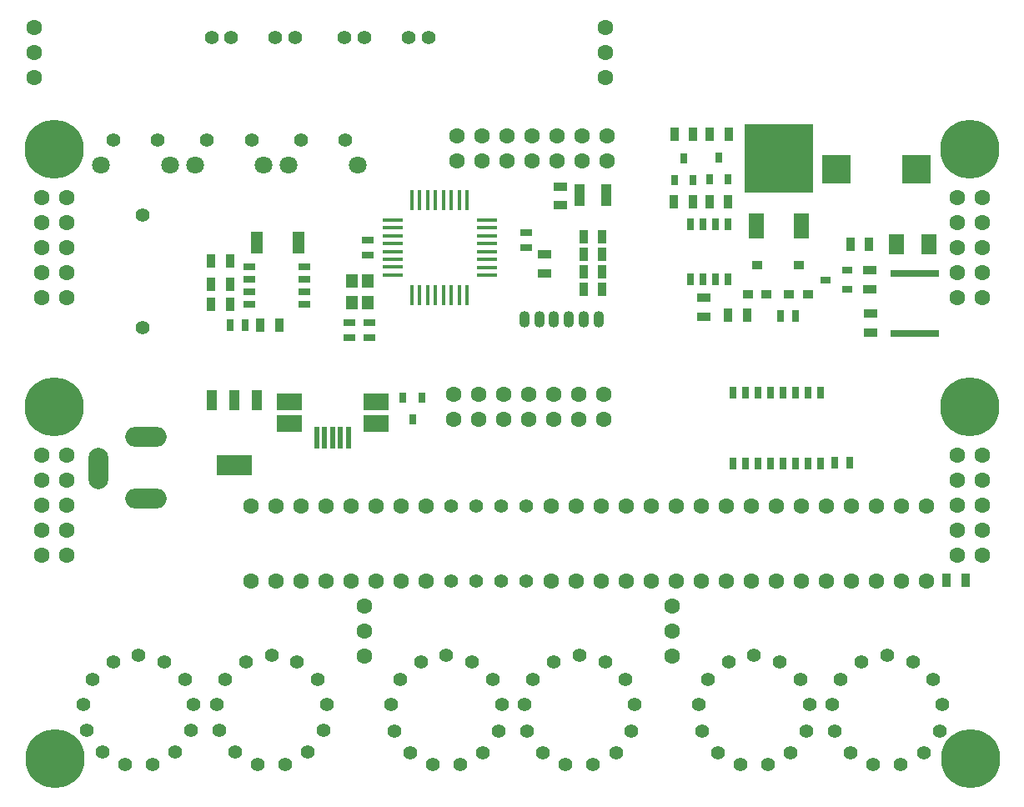
<source format=gts>
G04 (created by PCBNEW (2013-07-07 BZR 4022)-stable) date 2014/09/07 1:12:15*
%MOIN*%
G04 Gerber Fmt 3.4, Leading zero omitted, Abs format*
%FSLAX34Y34*%
G01*
G70*
G90*
G04 APERTURE LIST*
%ADD10C,0.00590551*%
%ADD11R,0.025X0.05*%
%ADD12C,0.0629921*%
%ADD13R,0.0787X0.0177*%
%ADD14R,0.0177X0.0787*%
%ADD15R,0.0197X0.0906*%
%ADD16R,0.0984252X0.0708661*%
%ADD17O,0.0787402X0.165354*%
%ADD18O,0.165354X0.0787402*%
%ADD19R,0.11811X0.11811*%
%ADD20R,0.0394X0.0315*%
%ADD21R,0.05X0.025*%
%ADD22R,0.06X0.08*%
%ADD23R,0.035X0.055*%
%ADD24R,0.055X0.035*%
%ADD25R,0.025X0.045*%
%ADD26R,0.045X0.025*%
%ADD27R,0.144X0.08*%
%ADD28R,0.04X0.08*%
%ADD29R,0.0393701X0.0354331*%
%ADD30R,0.0433071X0.0354331*%
%ADD31R,0.19685X0.0314961*%
%ADD32R,0.0393701X0.0905512*%
%ADD33C,0.0551181*%
%ADD34R,0.0511811X0.0866142*%
%ADD35R,0.0472441X0.0551181*%
%ADD36O,0.0433071X0.0669291*%
%ADD37C,0.055*%
%ADD38C,0.23622*%
%ADD39C,0.0708661*%
%ADD40R,0.0315X0.0394*%
%ADD41R,0.0591X0.0984*%
%ADD42R,0.2756X0.2756*%
G04 APERTURE END LIST*
G54D10*
G54D11*
X69702Y-39529D03*
X69202Y-39529D03*
X68702Y-39529D03*
X68202Y-39529D03*
X67702Y-39529D03*
X67202Y-39529D03*
X66702Y-39529D03*
X66202Y-39529D03*
X66202Y-42359D03*
X66702Y-42359D03*
X67202Y-42359D03*
X67702Y-42359D03*
X68202Y-42359D03*
X68702Y-42359D03*
X69202Y-42359D03*
X69702Y-42359D03*
G54D12*
X65935Y-44048D03*
X64935Y-44048D03*
X63935Y-44048D03*
X62935Y-44048D03*
X61935Y-44048D03*
X60935Y-44048D03*
X59935Y-44048D03*
X58935Y-44048D03*
X58935Y-47048D03*
X59935Y-47048D03*
X60935Y-47048D03*
X61935Y-47048D03*
X62935Y-47048D03*
X63935Y-47048D03*
X64935Y-47048D03*
X65935Y-47048D03*
G54D13*
X52582Y-34813D03*
X52582Y-34498D03*
X52582Y-34183D03*
X52582Y-33868D03*
X52582Y-33553D03*
X52582Y-33238D03*
X52582Y-32923D03*
X52582Y-32608D03*
X56348Y-32610D03*
X56348Y-34820D03*
X56348Y-34500D03*
X56348Y-34180D03*
X56348Y-33870D03*
X56348Y-33550D03*
X56348Y-33240D03*
X56348Y-32920D03*
G54D14*
X53366Y-31820D03*
X53680Y-31820D03*
X53996Y-31820D03*
X54310Y-31820D03*
X54626Y-31820D03*
X54940Y-31820D03*
X55256Y-31820D03*
X55570Y-31820D03*
X53368Y-35600D03*
X53678Y-35600D03*
X53998Y-35600D03*
X54308Y-35600D03*
X54618Y-35600D03*
X54938Y-35600D03*
X55258Y-35600D03*
X55578Y-35600D03*
G54D15*
X50825Y-41320D03*
X50510Y-41320D03*
X50195Y-41320D03*
X49880Y-41320D03*
X49565Y-41320D03*
G54D16*
X51927Y-40749D03*
X51927Y-39883D03*
X48462Y-40749D03*
X48462Y-39883D03*
G54D17*
X40826Y-42559D03*
G54D18*
X42716Y-41279D03*
X42716Y-43740D03*
G54D19*
X70317Y-30587D03*
X73546Y-30587D03*
G54D11*
X64489Y-34994D03*
X64989Y-34994D03*
X65489Y-34994D03*
X65989Y-34994D03*
X65989Y-32794D03*
X65489Y-32794D03*
X64989Y-32794D03*
X64489Y-32794D03*
G54D20*
X69881Y-35000D03*
X70747Y-34625D03*
X70747Y-35375D03*
G54D21*
X46852Y-34486D03*
X46852Y-34986D03*
X46852Y-35486D03*
X46852Y-35986D03*
X49052Y-35986D03*
X49052Y-35486D03*
X49052Y-34986D03*
X49052Y-34486D03*
G54D22*
X74035Y-33582D03*
X72735Y-33582D03*
G54D23*
X63840Y-31886D03*
X64590Y-31886D03*
G54D24*
X71695Y-36354D03*
X71695Y-37104D03*
X71653Y-34625D03*
X71653Y-35375D03*
G54D23*
X71634Y-33582D03*
X70884Y-33582D03*
G54D24*
X59301Y-32028D03*
X59301Y-31278D03*
X65039Y-36477D03*
X65039Y-35727D03*
G54D23*
X66752Y-36417D03*
X66002Y-36417D03*
X66007Y-31886D03*
X65257Y-31886D03*
X63847Y-29173D03*
X64597Y-29173D03*
X45343Y-35984D03*
X46093Y-35984D03*
X46093Y-34251D03*
X45343Y-34251D03*
X60225Y-34685D03*
X60975Y-34685D03*
X60975Y-33267D03*
X60225Y-33267D03*
X60225Y-33976D03*
X60975Y-33976D03*
X60975Y-35393D03*
X60225Y-35393D03*
X45343Y-35196D03*
X46093Y-35196D03*
X47312Y-36811D03*
X48062Y-36811D03*
X75493Y-47007D03*
X74743Y-47007D03*
G54D24*
X58671Y-34745D03*
X58671Y-33995D03*
G54D25*
X46687Y-36811D03*
X46087Y-36811D03*
X70851Y-42322D03*
X70251Y-42322D03*
G54D26*
X57923Y-33725D03*
X57923Y-33125D03*
X50875Y-36707D03*
X50875Y-37307D03*
X51663Y-36707D03*
X51663Y-37307D03*
X51584Y-33400D03*
X51584Y-34000D03*
G54D25*
X68095Y-36437D03*
X68695Y-36437D03*
G54D27*
X46259Y-42402D03*
G54D28*
X46259Y-39802D03*
X45359Y-39802D03*
X47159Y-39802D03*
G54D29*
X66790Y-35590D03*
G54D30*
X67165Y-34409D03*
G54D29*
X67540Y-35590D03*
X68443Y-35590D03*
G54D30*
X68818Y-34409D03*
G54D29*
X69193Y-35590D03*
G54D31*
X73464Y-34744D03*
X73464Y-37145D03*
G54D32*
X61131Y-31614D03*
X60068Y-31614D03*
G54D33*
X47755Y-50000D03*
X48307Y-54370D03*
X49212Y-53897D03*
X49842Y-53031D03*
X49960Y-51968D03*
X49606Y-50984D03*
X48779Y-50275D03*
X46732Y-50275D03*
X45905Y-50984D03*
X45551Y-51968D03*
X45669Y-53031D03*
X46299Y-53897D03*
X47204Y-54370D03*
X42440Y-50000D03*
X42992Y-54370D03*
X43897Y-53897D03*
X44527Y-53031D03*
X44645Y-51968D03*
X44291Y-50984D03*
X43464Y-50275D03*
X41417Y-50275D03*
X40590Y-50984D03*
X40236Y-51968D03*
X40354Y-53031D03*
X40984Y-53897D03*
X41889Y-54370D03*
X54742Y-50001D03*
X55293Y-54371D03*
X56199Y-53899D03*
X56829Y-53033D03*
X56947Y-51970D03*
X56592Y-50985D03*
X55766Y-50277D03*
X53718Y-50277D03*
X52892Y-50985D03*
X52537Y-51970D03*
X52655Y-53033D03*
X53285Y-53899D03*
X54191Y-54371D03*
X60057Y-50001D03*
X60608Y-54371D03*
X61514Y-53899D03*
X62144Y-53033D03*
X62262Y-51970D03*
X61907Y-50985D03*
X61081Y-50277D03*
X59033Y-50277D03*
X58207Y-50985D03*
X57852Y-51970D03*
X57970Y-53033D03*
X58600Y-53899D03*
X59506Y-54371D03*
X67045Y-50001D03*
X67596Y-54371D03*
X68502Y-53899D03*
X69132Y-53033D03*
X69250Y-51970D03*
X68896Y-50985D03*
X68069Y-50277D03*
X66022Y-50277D03*
X65195Y-50985D03*
X64840Y-51970D03*
X64959Y-53033D03*
X65588Y-53899D03*
X66494Y-54371D03*
X72360Y-50001D03*
X72911Y-54371D03*
X73817Y-53899D03*
X74447Y-53033D03*
X74565Y-51970D03*
X74211Y-50985D03*
X73384Y-50277D03*
X71337Y-50277D03*
X70510Y-50985D03*
X70155Y-51970D03*
X70274Y-53033D03*
X70903Y-53899D03*
X71809Y-54371D03*
X45354Y-25314D03*
X46141Y-25314D03*
X47913Y-25314D03*
X48700Y-25314D03*
X54015Y-25314D03*
X53228Y-25314D03*
X51456Y-25314D03*
X50669Y-25314D03*
X42608Y-36929D03*
X42608Y-32401D03*
G54D34*
X48818Y-33503D03*
X47165Y-33503D03*
G54D35*
X51584Y-35905D03*
X51584Y-35039D03*
X50954Y-35905D03*
X50954Y-35039D03*
G54D36*
X60816Y-36594D03*
X60226Y-36594D03*
X59635Y-36594D03*
X59045Y-36594D03*
X58454Y-36594D03*
X57864Y-36594D03*
G54D12*
X61102Y-26905D03*
X61102Y-25905D03*
X61102Y-24905D03*
X51456Y-50055D03*
X51456Y-49055D03*
X51456Y-48055D03*
X38267Y-26905D03*
X38267Y-25905D03*
X38267Y-24905D03*
X63779Y-50055D03*
X63779Y-49055D03*
X63779Y-48055D03*
G54D37*
X55935Y-44048D03*
X54935Y-44048D03*
X54935Y-47048D03*
X55935Y-47048D03*
X57935Y-44048D03*
X56935Y-44048D03*
X56935Y-47048D03*
X57935Y-47048D03*
G54D12*
X75167Y-31702D03*
X75167Y-32702D03*
X75167Y-33702D03*
X75167Y-34702D03*
X75167Y-35702D03*
X76167Y-35702D03*
X76167Y-34702D03*
X76167Y-33702D03*
X76167Y-32702D03*
X76167Y-31702D03*
X38553Y-31702D03*
X38553Y-32702D03*
X38553Y-33702D03*
X38553Y-34702D03*
X38553Y-35702D03*
X39553Y-35702D03*
X39553Y-34702D03*
X39553Y-33702D03*
X39553Y-32702D03*
X39553Y-31702D03*
X75167Y-42017D03*
X75167Y-43017D03*
X75167Y-44017D03*
X75167Y-45017D03*
X75167Y-46017D03*
X76167Y-46017D03*
X76167Y-45017D03*
X76167Y-44017D03*
X76167Y-43017D03*
X76167Y-42017D03*
X38553Y-42017D03*
X38553Y-43017D03*
X38553Y-44017D03*
X38553Y-45017D03*
X38553Y-46017D03*
X39553Y-46017D03*
X39553Y-45017D03*
X39553Y-44017D03*
X39553Y-43017D03*
X39553Y-42017D03*
X53935Y-44048D03*
X52935Y-44048D03*
X51935Y-44048D03*
X50935Y-44048D03*
X49935Y-44048D03*
X48935Y-44048D03*
X47935Y-44048D03*
X46935Y-44048D03*
X46935Y-47048D03*
X47935Y-47048D03*
X48935Y-47048D03*
X49935Y-47048D03*
X50935Y-47048D03*
X51935Y-47048D03*
X52935Y-47048D03*
X53935Y-47048D03*
X73935Y-44048D03*
X72935Y-44048D03*
X71935Y-44048D03*
X70935Y-44048D03*
X69935Y-44048D03*
X68935Y-44048D03*
X67935Y-44048D03*
X66935Y-44048D03*
X66935Y-47048D03*
X67935Y-47048D03*
X68935Y-47048D03*
X69935Y-47048D03*
X70935Y-47048D03*
X71935Y-47048D03*
X72935Y-47048D03*
X73935Y-47048D03*
G54D38*
X75689Y-54132D03*
X75667Y-29765D03*
X39053Y-29765D03*
X39089Y-54132D03*
X39053Y-40080D03*
X75667Y-40080D03*
G54D33*
X43208Y-29429D03*
X41437Y-29429D03*
G54D39*
X40944Y-30413D03*
X43700Y-30413D03*
G54D33*
X46948Y-29429D03*
X45177Y-29429D03*
G54D39*
X44685Y-30413D03*
X47440Y-30413D03*
G54D33*
X50688Y-29429D03*
X48917Y-29429D03*
G54D39*
X48425Y-30413D03*
X51181Y-30413D03*
G54D40*
X64232Y-30157D03*
X64607Y-31023D03*
X63857Y-31023D03*
X65632Y-30115D03*
X66007Y-30981D03*
X65257Y-30981D03*
X53385Y-40590D03*
X53010Y-39724D03*
X53760Y-39724D03*
G54D41*
X67138Y-32850D03*
X68930Y-32850D03*
G54D42*
X68034Y-30134D03*
G54D23*
X65274Y-29183D03*
X66024Y-29183D03*
G54D12*
X55159Y-30263D03*
X56159Y-30263D03*
X57159Y-30263D03*
X58159Y-30263D03*
X59159Y-30263D03*
X60159Y-30263D03*
X61159Y-30263D03*
X61159Y-29263D03*
X60159Y-29263D03*
X59159Y-29263D03*
X58159Y-29263D03*
X57159Y-29263D03*
X56159Y-29263D03*
X55159Y-29263D03*
X55041Y-40578D03*
X56041Y-40578D03*
X57041Y-40578D03*
X58041Y-40578D03*
X59041Y-40578D03*
X60041Y-40578D03*
X61041Y-40578D03*
X61041Y-39578D03*
X60041Y-39578D03*
X59041Y-39578D03*
X58041Y-39578D03*
X57041Y-39578D03*
X56041Y-39578D03*
X55041Y-39578D03*
M02*

</source>
